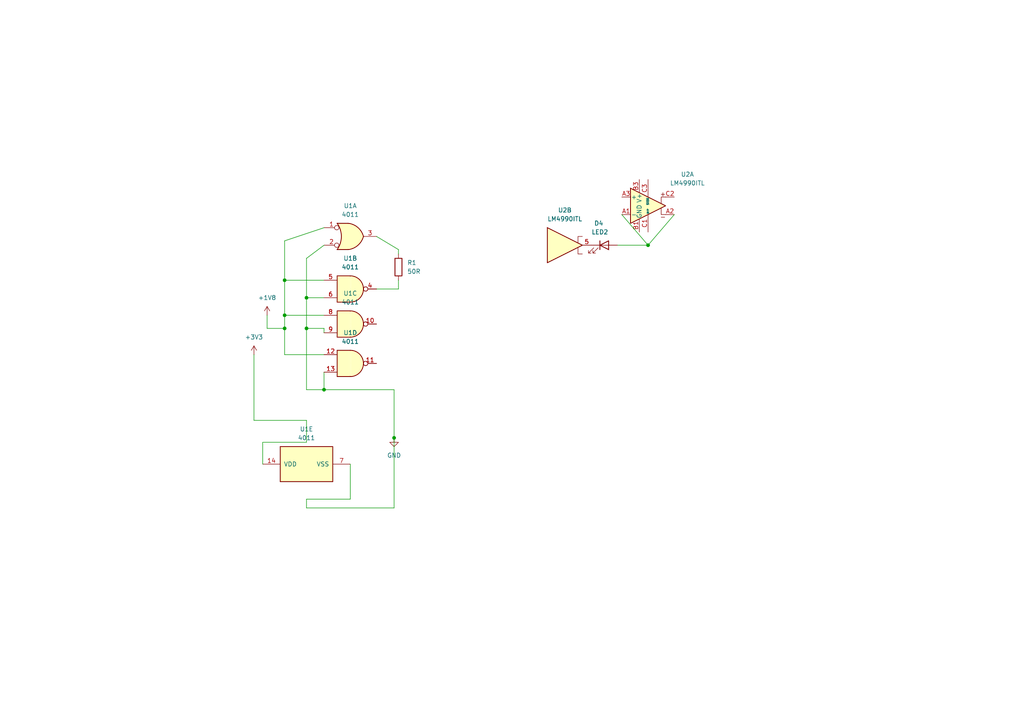
<source format=kicad_sch>
(kicad_sch (version 20211123) (generator eeschema)
  (paper "A4")
  (lib_symbols
    (symbol "4xxx:4011" (pin_names (offset 1.016))
      (property "Reference" "U" (at 0 1.27 0))
      (property "Value" "4011" (at 0 -1.27 0))
      (symbol "4011_1_1"
        (arc (start 0 -3.81) (mid 3.81 0) (end 0 3.81) (stroke (width 0.254)) (fill (type background)))
        (polyline (pts (xy 0 3.81) (xy -3.81 3.81) (xy -3.81 -3.81) (xy 0 -3.81)) (stroke (width 0.254)) (fill (type background)))
        (pin input line (at -7.62 2.54 0) (length 3.81) (name "~") (number "1"))
        (pin input line (at -7.62 -2.54 0) (length 3.81) (name "~") (number "2"))
        (pin output inverted (at 7.62 0 180) (length 3.81) (name "~") (number "3"))
      )
      (symbol "4011_1_2"
        (arc (start -3.81 -3.81) (mid -2.589 0) (end -3.81 3.81) (stroke (width 0.254)))
        (arc (start -0.6096 -3.81) (mid 2.1855 -2.584) (end 3.81 0) (stroke (width 0.254)) (fill (type background)))
        (polyline (pts (xy -3.81 -3.81) (xy -0.635 -3.81)) (stroke (width 0.254)) (fill (type background)))
        (polyline (pts (xy -3.81 3.81) (xy -0.635 3.81)) (stroke (width 0.254)) (fill (type background)))
        (polyline (pts (xy -0.635 3.81) (xy -3.81 3.81) (xy -3.81 3.81) (xy -3.556 3.4036) (xy -3.0226 2.2606) (xy -2.6924 1.0414) (xy -2.6162 -0.254) (xy -2.7686 -1.4986) (xy -3.175 -2.7178) (xy -3.81 -3.81) (xy -3.81 -3.81) (xy -0.635 -3.81)) (stroke (width -25.4)) (fill (type background)))
        (arc (start 3.81 0) (mid 2.1928 2.5925) (end -0.6096 3.81) (stroke (width 0.254)) (fill (type background)))
        (pin input inverted (at -7.62 2.54 0) (length 4.318) (name "~") (number "1"))
        (pin input inverted (at -7.62 -2.54 0) (length 4.318) (name "~") (number "2"))
        (pin output line (at 7.62 0 180) (length 3.81) (name "~") (number "3"))
      )
      (symbol "4011_2_1"
        (arc (start 0 -3.81) (mid 3.81 0) (end 0 3.81) (stroke (width 0.254)) (fill (type background)))
        (polyline (pts (xy 0 3.81) (xy -3.81 3.81) (xy -3.81 -3.81) (xy 0 -3.81)) (stroke (width 0.254)) (fill (type background)))
        (pin output inverted (at 7.62 0 180) (length 3.81) (name "~") (number "4"))
        (pin input line (at -7.62 2.54 0) (length 3.81) (name "~") (number "5"))
        (pin input line (at -7.62 -2.54 0) (length 3.81) (name "~") (number "6"))
      )
      (symbol "4011_2_2"
        (arc (start -3.81 -3.81) (mid -2.589 0) (end -3.81 3.81) (stroke (width 0.254)))
        (arc (start -0.6096 -3.81) (mid 2.1855 -2.584) (end 3.81 0) (stroke (width 0.254)) (fill (type background)))
        (polyline (pts (xy -3.81 -3.81) (xy -0.635 -3.81)) (stroke (width 0.254)) (fill (type background)))
        (polyline (pts (xy -3.81 3.81) (xy -0.635 3.81)) (stroke (width 0.254)) (fill (type background)))
        (polyline (pts (xy -0.635 3.81) (xy -3.81 3.81) (xy -3.81 3.81) (xy -3.556 3.4036) (xy -3.0226 2.2606) (xy -2.6924 1.0414) (xy -2.6162 -0.254) (xy -2.7686 -1.4986) (xy -3.175 -2.7178) (xy -3.81 -3.81) (xy -3.81 -3.81) (xy -0.635 -3.81)) (stroke (width -25.4)) (fill (type background)))
        (arc (start 3.81 0) (mid 2.1928 2.5925) (end -0.6096 3.81) (stroke (width 0.254)) (fill (type background)))
        (pin output line (at 7.62 0 180) (length 3.81) (name "~") (number "4"))
        (pin input inverted (at -7.62 2.54 0) (length 4.318) (name "~") (number "5"))
        (pin input inverted (at -7.62 -2.54 0) (length 4.318) (name "~") (number "6"))
      )
      (symbol "4011_3_1"
        (arc (start 0 -3.81) (mid 3.81 0) (end 0 3.81) (stroke (width 0.254)) (fill (type background)))
        (polyline (pts (xy 0 3.81) (xy -3.81 3.81) (xy -3.81 -3.81) (xy 0 -3.81)) (stroke (width 0.254)) (fill (type background)))
        (pin output inverted (at 7.62 0 180) (length 3.81) (name "~") (number "10"))
        (pin input line (at -7.62 2.54 0) (length 3.81) (name "~") (number "8"))
        (pin input line (at -7.62 -2.54 0) (length 3.81) (name "~") (number "9"))
      )
      (symbol "4011_3_2"
        (arc (start -3.81 -3.81) (mid -2.589 0) (end -3.81 3.81) (stroke (width 0.254)))
        (arc (start -0.6096 -3.81) (mid 2.1855 -2.584) (end 3.81 0) (stroke (width 0.254)) (fill (type background)))
        (polyline (pts (xy -3.81 -3.81) (xy -0.635 -3.81)) (stroke (width 0.254)) (fill (type background)))
        (polyline (pts (xy -3.81 3.81) (xy -0.635 3.81)) (stroke (width 0.254)) (fill (type background)))
        (polyline (pts (xy -0.635 3.81) (xy -3.81 3.81) (xy -3.81 3.81) (xy -3.556 3.4036) (xy -3.0226 2.2606) (xy -2.6924 1.0414) (xy -2.6162 -0.254) (xy -2.7686 -1.4986) (xy -3.175 -2.7178) (xy -3.81 -3.81) (xy -3.81 -3.81) (xy -0.635 -3.81)) (stroke (width -25.4)) (fill (type background)))
        (arc (start 3.81 0) (mid 2.1928 2.5925) (end -0.6096 3.81) (stroke (width 0.254)) (fill (type background)))
        (pin output line (at 7.62 0 180) (length 3.81) (name "~") (number "10"))
        (pin input inverted (at -7.62 2.54 0) (length 4.318) (name "~") (number "8"))
        (pin input inverted (at -7.62 -2.54 0) (length 4.318) (name "~") (number "9"))
      )
      (symbol "4011_4_1"
        (arc (start 0 -3.81) (mid 3.81 0) (end 0 3.81) (stroke (width 0.254)) (fill (type background)))
        (polyline (pts (xy 0 3.81) (xy -3.81 3.81) (xy -3.81 -3.81) (xy 0 -3.81)) (stroke (width 0.254)) (fill (type background)))
        (pin output inverted (at 7.62 0 180) (length 3.81) (name "~") (number "11"))
        (pin input line (at -7.62 2.54 0) (length 3.81) (name "~") (number "12"))
        (pin input line (at -7.62 -2.54 0) (length 3.81) (name "~") (number "13"))
      )
      (symbol "4011_4_2"
        (arc (start -3.81 -3.81) (mid -2.589 0) (end -3.81 3.81) (stroke (width 0.254)))
        (arc (start -0.6096 -3.81) (mid 2.1855 -2.584) (end 3.81 0) (stroke (width 0.254)) (fill (type background)))
        (polyline (pts (xy -3.81 -3.81) (xy -0.635 -3.81)) (stroke (width 0.254)) (fill (type background)))
        (polyline (pts (xy -3.81 3.81) (xy -0.635 3.81)) (stroke (width 0.254)) (fill (type background)))
        (polyline (pts (xy -0.635 3.81) (xy -3.81 3.81) (xy -3.81 3.81) (xy -3.556 3.4036) (xy -3.0226 2.2606) (xy -2.6924 1.0414) (xy -2.6162 -0.254) (xy -2.7686 -1.4986) (xy -3.175 -2.7178) (xy -3.81 -3.81) (xy -3.81 -3.81) (xy -0.635 -3.81)) (stroke (width -25.4)) (fill (type background)))
        (arc (start 3.81 0) (mid 2.1928 2.5925) (end -0.6096 3.81) (stroke (width 0.254)) (fill (type background)))
        (pin output line (at 7.62 0 180) (length 3.81) (name "~") (number "11"))
        (pin input inverted (at -7.62 2.54 0) (length 4.318) (name "~") (number "12"))
        (pin input inverted (at -7.62 -2.54 0) (length 4.318) (name "~") (number "13"))
      )
      (symbol "4011_5_0"
        (pin power_in line (at 0 12.7 270) (length 5.08) (name "VDD") (number "14"))
        (pin power_in line (at 0 -12.7 90) (length 5.08) (name "VSS") (number "7"))
      )
      (symbol "4011_5_1"
        (rectangle (start -5.08 7.62) (end 5.08 -7.62) (stroke (width 0.254)) (fill (type background)))
      )
    )
    (symbol "Amplifier_Audio:LM4990ITL" (pin_names (offset 0.127))
      (property "Reference" "U" (at 5.08 7.62 0))
      (property "Value" "LM4990ITL" (at 5.08 5.08 0))
      (symbol "LM4990ITL_0_1"
        (polyline (pts (xy 3.81 -0.635) (xy 3.81 -2.54) (xy 5.08 -2.54)))
        (polyline (pts (xy 5.08 2.54) (xy 3.81 2.54) (xy 3.81 0.635)))
        (polyline (pts (xy -5.08 5.08) (xy 5.08 0) (xy -5.08 -5.08) (xy -5.08 5.08)) (stroke (width 0.254)) (fill (type background)))
      )
      (symbol "LM4990ITL_1_1"
        (polyline (pts (xy 3.81 -3.302) (xy 4.826 -3.302)))
        (polyline (pts (xy 4.318 3.81) (xy 4.318 2.794)))
        (polyline (pts (xy 4.826 3.302) (xy 3.81 3.302)))
        (pin input line (at -7.62 -2.54 0) (length 2.54) (name "-") (number "A1"))
        (pin output line (at 7.62 -2.54 180) (length 2.54) (name "~") (number "A2"))
        (pin input line (at -7.62 2.54 0) (length 2.54) (name "+") (number "A3"))
        (pin power_in line (at -2.54 -7.62 90) (length 3.81) (name "GND") (number "B1"))
        (pin passive line (at -2.54 -7.62 90) (length 3.81) hide (name "GND") (number "B2"))
        (pin power_in line (at -2.54 7.62 270) (length 3.81) (name "V+") (number "B3"))
        (pin input line (at 0 -7.62 90) (length 5.08) (name "BYP") (number "C1"))
        (pin output line (at 7.62 2.54 180) (length 2.54) (name "~") (number "C2"))
        (pin output line (at 0 7.62 270) (length 5.08) (name "~{SHDN}") (number "C3"))
      )
      (symbol "LM4990ITL_2_1"
        (pin output line (at 7.62 0 180) (length 2.54) (name "~") (number "5"))
      )
    )
    (symbol "Device:LED" (pin_numbers hide) (pin_names (offset 1.016) hide)
      (property "Reference" "D" (at 0 2.54 0))
      (property "Value" "LED" (at 0 -2.54 0))
      (symbol "LED_0_1"
        (polyline (pts (xy -1.27 -1.27) (xy -1.27 1.27)) (stroke (width 0.254)))
        (polyline (pts (xy -1.27 0) (xy 1.27 0)))
        (polyline (pts (xy 1.27 -1.27) (xy 1.27 1.27) (xy -1.27 0) (xy 1.27 -1.27)) (stroke (width 0.254)))
        (polyline (pts (xy -3.048 -0.762) (xy -4.572 -2.286) (xy -3.81 -2.286) (xy -4.572 -2.286) (xy -4.572 -1.524)))
        (polyline (pts (xy -1.778 -0.762) (xy -3.302 -2.286) (xy -2.54 -2.286) (xy -3.302 -2.286) (xy -3.302 -1.524)))
      )
      (symbol "LED_1_1"
        (pin passive line (at -3.81 0 0) (length 2.54) (name "K") (number "1"))
        (pin passive line (at 3.81 0 180) (length 2.54) (name "A") (number "2"))
      )
    )
    (symbol "Device:R" (pin_numbers hide) (pin_names (offset 0))
      (property "Reference" "R1" (at 2.54 1.2701 0))
      (property "Value" "50R" (at 2.54 -1.2699 0))
      (symbol "R_0_1"
        (rectangle (start -1.016 -2.54) (end 1.016 2.54) (stroke (width 0.254)))
      )
      (symbol "R_1_1"
        (pin passive line (at 0 3.81 270) (length 1.27) (name "~") (number "1"))
        (pin passive line (at 0 -3.81 90) (length 1.27) (name "~") (number "2"))
      )
    )
    (symbol "power:+1V8" (power) (pin_names (offset 0))
      (property "Value" "+1V8" (at 0 3.556 0))
      (symbol "+1V8_0_1"
        (polyline (pts (xy -0.762 1.27) (xy 0 2.54)))
        (polyline (pts (xy 0 0) (xy 0 2.54)))
        (polyline (pts (xy 0 2.54) (xy 0.762 1.27)))
      )
      (symbol "+1V8_1_1"
        (pin power_in line (at 0 0 90) (length 0) hide (name "+1V8") (number "1"))
      )
    )
    (symbol "power:+3.3V" (power) (pin_names (offset 0))
      (property "Value" "+3.3V" (at 0 3.556 0))
      (symbol "+3.3V_0_1"
        (polyline (pts (xy -0.762 1.27) (xy 0 2.54)))
        (polyline (pts (xy 0 0) (xy 0 2.54)))
        (polyline (pts (xy 0 2.54) (xy 0.762 1.27)))
      )
      (symbol "+3.3V_1_1"
        (pin power_in line (at 0 0 90) (length 0) hide (name "+3V3") (number "1"))
      )
    )
    (symbol "power:GND" (power) (pin_names (offset 0))
      (property "Value" "GND" (at 0 -3.81 0))
      (symbol "GND_0_1"
        (polyline (pts (xy 0 0) (xy 0 -1.27) (xy 1.27 -1.27) (xy 0 -2.54) (xy -1.27 -1.27) (xy 0 -1.27)))
      )
      (symbol "GND_1_1"
        (pin power_in line (at 0 0 270) (length 0) hide (name "GND") (number "1"))
      )
    )
  )
  (junction (at 114.3 127))
  (junction (at 187.96 71.12))
  (junction (at 88.9 86.36))
  (junction (at 82.55 95.25))
  (junction (at 93.98 113.03))
  (junction (at 82.55 91.44))
  (junction (at 82.55 81.28))
  (junction (at 88.9 95.25))
  (wire (pts (xy 93.98 113.03) (xy 93.98 107.95)))
  (wire (pts (xy 114.3 113.03) (xy 114.3 127)))
  (wire (pts (xy 82.55 81.28) (xy 93.98 81.28)))
  (wire (pts (xy 88.9 74.93) (xy 93.98 71.12)))
  (wire (pts (xy 114.3 127) (xy 114.3 147.32)))
  (wire (pts (xy 73.66 102.87) (xy 73.66 121.92)))
  (wire (pts (xy 88.9 95.25) (xy 93.98 95.25)))
  (wire (pts (xy 115.57 81.28) (xy 115.57 83.82)))
  (wire (pts (xy 101.6 144.78) (xy 88.9 144.78)))
  (wire (pts (xy 77.47 91.44) (xy 77.47 95.25)))
  (wire (pts (xy 76.2 128.27) (xy 76.2 134.62)))
  (wire (pts (xy 93.98 113.03) (xy 88.9 113.03)))
  (wire (pts (xy 179.07 71.12) (xy 187.96 71.12)))
  (wire (pts (xy 115.57 72.39) (xy 115.57 73.66)))
  (wire (pts (xy 88.9 144.78) (xy 88.9 147.32)))
  (wire (pts (xy 109.22 68.58) (xy 115.57 72.39)))
  (wire (pts (xy 88.9 121.92) (xy 88.9 128.27)))
  (wire (pts (xy 114.3 113.03) (xy 93.98 113.03)))
  (wire (pts (xy 82.55 69.85) (xy 93.98 66.04)))
  (wire (pts (xy 88.9 95.25) (xy 88.9 86.36)))
  (wire (pts (xy 82.55 91.44) (xy 82.55 81.28)))
  (wire (pts (xy 88.9 147.32) (xy 114.3 147.32)))
  (wire (pts (xy 195.58 62.23) (xy 187.96 71.12)))
  (wire (pts (xy 82.55 91.44) (xy 93.98 91.44)))
  (wire (pts (xy 82.55 81.28) (xy 82.55 69.85)))
  (wire (pts (xy 93.98 95.25) (xy 93.98 96.52)))
  (wire (pts (xy 88.9 128.27) (xy 76.2 128.27)))
  (wire (pts (xy 82.55 102.87) (xy 93.98 102.87)))
  (wire (pts (xy 115.57 83.82) (xy 109.22 83.82)))
  (wire (pts (xy 82.55 95.25) (xy 82.55 91.44)))
  (wire (pts (xy 82.55 95.25) (xy 82.55 102.87)))
  (wire (pts (xy 73.66 121.92) (xy 88.9 121.92)))
  (wire (pts (xy 88.9 113.03) (xy 88.9 95.25)))
  (wire (pts (xy 88.9 86.36) (xy 93.98 86.36)))
  (wire (pts (xy 88.9 86.36) (xy 88.9 74.93)))
  (wire (pts (xy 180.34 62.23) (xy 187.96 71.12)))
  (wire (pts (xy 77.47 95.25) (xy 82.55 95.25)))
  (wire (pts (xy 101.6 134.62) (xy 101.6 144.78)))
  (symbol (lib_id "power:+3.3V") (at 73.66 102.87 0) (unit 1)
    (property "Reference" "#PWR0102" (effects hide))
    (property "Value" "+3.3V" (at 73.66 97.79 0))
  )
  (symbol (lib_id "Device:R") (at 115.57 77.47 0) (unit 1)
    (property "Reference" "R1" (at 118.11 76.1999 0) (effects (justify left)))
    (property "Value" "50R" (at 118.11 78.7399 0) (effects (justify left)))
    (property "Footprint" "Resistor_SMD:R_0805_2012Metric" (effects hide))
  )
  (symbol (lib_id "4xxx:4011") (at 101.6 68.58 0) (unit 1) (convert 2)
    (property "Reference" "U1" (at 101.6 59.69 0))
    (property "Value" "4011" (at 101.6 62.23 0))
    (property "Footprint" "Package_SO:SOIC-14W_7.5x9mm_P1.27mm" (effects hide))
    (property "Datasheet" "http://www.intersil.com/content/dam/Intersil/documents/cd40/cd4011bms-12bms-23bms.pdf" (effects hide))
  )
  (symbol (lib_id "4xxx:4011") (at 88.9 134.62 90) (unit 5)
    (property "Reference" "U1" (at 88.9 124.46 90))
    (property "Value" "4011" (at 88.9 127 90))
    (property "Footprint" "Package_SO:SOIC-14W_7.5x9mm_P1.27mm" (effects hide))
    (property "Datasheet" "http://www.intersil.com/content/dam/Intersil/documents/cd40/cd4011bms-12bms-23bms.pdf" (effects hide))
  )
  (symbol (lib_id "Device:LED") (at 175.26 71.12 0) (unit 1)
    (property "Reference" "D4" (at 173.6725 64.77 0))
    (property "Value" "LED2" (at 173.99 67.31 0))
    (property "Footprint" "Resistor_SMD:R_0603_1608Metric" (effects hide))
  )
  (symbol (lib_id "Amplifier_Audio:LM4990ITL") (at 163.83 71.12 0) (unit 2)
    (property "Reference" "U2" (at 163.83 60.96 0))
    (property "Value" "LM4990ITL" (at 163.83 63.5 0))
    (property "Footprint" "Package_BGA:Texas_DSBGA-9_1.4715x1.4715mm_Layout3x3_P0.5mm" (effects hide))
    (property "Datasheet" "http://www.ti.com/lit/ds/symlink/lm4990.pdf" (effects hide))
  )
  (symbol (lib_id "4xxx:4011") (at 101.6 83.82 0) (unit 2)
    (property "Reference" "U1" (at 101.6 74.93 0))
    (property "Value" "4011" (at 101.6 77.47 0))
    (property "Footprint" "Package_SO:SOIC-14W_7.5x9mm_P1.27mm" (effects hide))
    (property "Datasheet" "http://www.intersil.com/content/dam/Intersil/documents/cd40/cd4011bms-12bms-23bms.pdf" (effects hide))
  )
  (symbol (lib_id "4xxx:4011") (at 101.6 93.98 0) (unit 3)
    (property "Reference" "U1" (at 101.6 85.09 0))
    (property "Value" "4011" (at 101.6 87.63 0))
    (property "Footprint" "Package_SO:SOIC-14W_7.5x9mm_P1.27mm" (effects hide))
    (property "Datasheet" "http://www.intersil.com/content/dam/Intersil/documents/cd40/cd4011bms-12bms-23bms.pdf" (effects hide))
  )
  (symbol (lib_id "power:+1V8") (at 77.47 91.44 0) (unit 1)
    (property "Reference" "#PWR0103" (effects hide))
    (property "Value" "+1V8" (at 77.47 86.36 0))
  )
  (symbol (lib_id "Amplifier_Audio:LM4990ITL") (at 187.96 59.69 0) (unit 1)
    (property "Reference" "U2" (at 199.39 50.5712 0))
    (property "Value" "LM4990ITL" (at 199.39 53.1112 0))
    (property "Footprint" "Package_BGA:Texas_DSBGA-9_1.4715x1.4715mm_Layout3x3_P0.5mm" (effects hide))
    (property "Datasheet" "http://www.ti.com/lit/ds/symlink/lm4990.pdf" (effects hide))
  )
  (symbol (lib_id "power:GND") (at 114.3 127 0) (unit 1)
    (property "Reference" "#PWR0101" (effects hide))
    (property "Value" "GND" (at 114.3 132.08 0))
  )
  (symbol (lib_id "4xxx:4011") (at 101.6 105.41 0) (unit 4)
    (property "Reference" "U1" (at 101.6 96.52 0))
    (property "Value" "4011" (at 101.6 99.06 0))
    (property "Footprint" "Package_SO:SOIC-14W_7.5x9mm_P1.27mm" (effects hide))
    (property "Datasheet" "http://www.intersil.com/content/dam/Intersil/documents/cd40/cd4011bms-12bms-23bms.pdf" (effects hide))
  )
)
</source>
